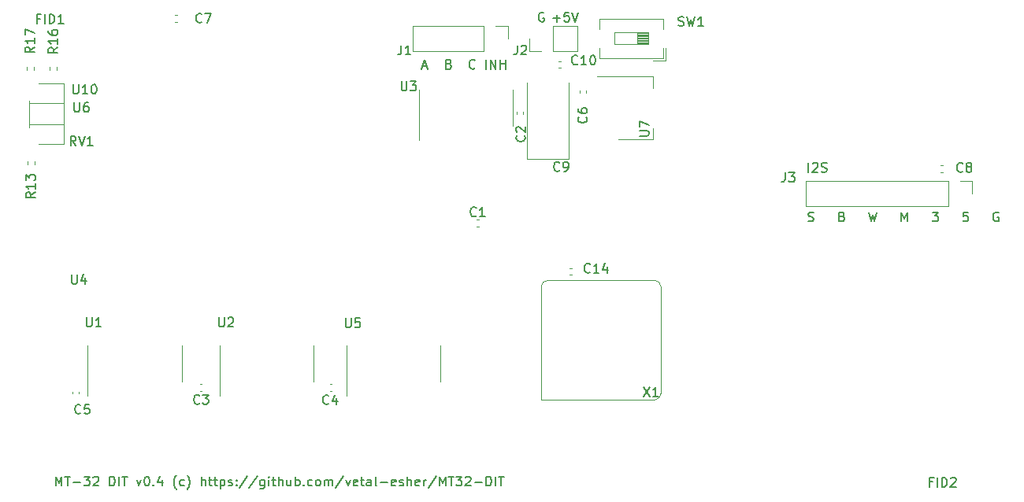
<source format=gbr>
%TF.GenerationSoftware,KiCad,Pcbnew,8.0.6*%
%TF.CreationDate,2024-12-06T22:05:36+05:00*%
%TF.ProjectId,mt-32DIT-module,6d742d33-3244-4495-942d-6d6f64756c65,rev?*%
%TF.SameCoordinates,Original*%
%TF.FileFunction,Legend,Top*%
%TF.FilePolarity,Positive*%
%FSLAX46Y46*%
G04 Gerber Fmt 4.6, Leading zero omitted, Abs format (unit mm)*
G04 Created by KiCad (PCBNEW 8.0.6) date 2024-12-06 22:05:36*
%MOMM*%
%LPD*%
G01*
G04 APERTURE LIST*
%ADD10C,0.150000*%
%ADD11C,0.200000*%
%ADD12C,0.120000*%
G04 APERTURE END LIST*
D10*
X203959286Y-75373866D02*
X204721191Y-75373866D01*
X204340238Y-75754819D02*
X204340238Y-74992914D01*
X205673571Y-74754819D02*
X205197381Y-74754819D01*
X205197381Y-74754819D02*
X205149762Y-75231009D01*
X205149762Y-75231009D02*
X205197381Y-75183390D01*
X205197381Y-75183390D02*
X205292619Y-75135771D01*
X205292619Y-75135771D02*
X205530714Y-75135771D01*
X205530714Y-75135771D02*
X205625952Y-75183390D01*
X205625952Y-75183390D02*
X205673571Y-75231009D01*
X205673571Y-75231009D02*
X205721190Y-75326247D01*
X205721190Y-75326247D02*
X205721190Y-75564342D01*
X205721190Y-75564342D02*
X205673571Y-75659580D01*
X205673571Y-75659580D02*
X205625952Y-75707200D01*
X205625952Y-75707200D02*
X205530714Y-75754819D01*
X205530714Y-75754819D02*
X205292619Y-75754819D01*
X205292619Y-75754819D02*
X205197381Y-75707200D01*
X205197381Y-75707200D02*
X205149762Y-75659580D01*
X206006905Y-74754819D02*
X206340238Y-75754819D01*
X206340238Y-75754819D02*
X206673571Y-74754819D01*
X195559523Y-80739580D02*
X195511904Y-80787200D01*
X195511904Y-80787200D02*
X195369047Y-80834819D01*
X195369047Y-80834819D02*
X195273809Y-80834819D01*
X195273809Y-80834819D02*
X195130952Y-80787200D01*
X195130952Y-80787200D02*
X195035714Y-80691961D01*
X195035714Y-80691961D02*
X194988095Y-80596723D01*
X194988095Y-80596723D02*
X194940476Y-80406247D01*
X194940476Y-80406247D02*
X194940476Y-80263390D01*
X194940476Y-80263390D02*
X194988095Y-80072914D01*
X194988095Y-80072914D02*
X195035714Y-79977676D01*
X195035714Y-79977676D02*
X195130952Y-79882438D01*
X195130952Y-79882438D02*
X195273809Y-79834819D01*
X195273809Y-79834819D02*
X195369047Y-79834819D01*
X195369047Y-79834819D02*
X195511904Y-79882438D01*
X195511904Y-79882438D02*
X195559523Y-79930057D01*
D11*
X231402054Y-97199600D02*
X231544911Y-97247219D01*
X231544911Y-97247219D02*
X231783006Y-97247219D01*
X231783006Y-97247219D02*
X231878244Y-97199600D01*
X231878244Y-97199600D02*
X231925863Y-97151980D01*
X231925863Y-97151980D02*
X231973482Y-97056742D01*
X231973482Y-97056742D02*
X231973482Y-96961504D01*
X231973482Y-96961504D02*
X231925863Y-96866266D01*
X231925863Y-96866266D02*
X231878244Y-96818647D01*
X231878244Y-96818647D02*
X231783006Y-96771028D01*
X231783006Y-96771028D02*
X231592530Y-96723409D01*
X231592530Y-96723409D02*
X231497292Y-96675790D01*
X231497292Y-96675790D02*
X231449673Y-96628171D01*
X231449673Y-96628171D02*
X231402054Y-96532933D01*
X231402054Y-96532933D02*
X231402054Y-96437695D01*
X231402054Y-96437695D02*
X231449673Y-96342457D01*
X231449673Y-96342457D02*
X231497292Y-96294838D01*
X231497292Y-96294838D02*
X231592530Y-96247219D01*
X231592530Y-96247219D02*
X231830625Y-96247219D01*
X231830625Y-96247219D02*
X231973482Y-96294838D01*
X235021102Y-96723409D02*
X235163959Y-96771028D01*
X235163959Y-96771028D02*
X235211578Y-96818647D01*
X235211578Y-96818647D02*
X235259197Y-96913885D01*
X235259197Y-96913885D02*
X235259197Y-97056742D01*
X235259197Y-97056742D02*
X235211578Y-97151980D01*
X235211578Y-97151980D02*
X235163959Y-97199600D01*
X235163959Y-97199600D02*
X235068721Y-97247219D01*
X235068721Y-97247219D02*
X234687769Y-97247219D01*
X234687769Y-97247219D02*
X234687769Y-96247219D01*
X234687769Y-96247219D02*
X235021102Y-96247219D01*
X235021102Y-96247219D02*
X235116340Y-96294838D01*
X235116340Y-96294838D02*
X235163959Y-96342457D01*
X235163959Y-96342457D02*
X235211578Y-96437695D01*
X235211578Y-96437695D02*
X235211578Y-96532933D01*
X235211578Y-96532933D02*
X235163959Y-96628171D01*
X235163959Y-96628171D02*
X235116340Y-96675790D01*
X235116340Y-96675790D02*
X235021102Y-96723409D01*
X235021102Y-96723409D02*
X234687769Y-96723409D01*
X237878246Y-96247219D02*
X238116341Y-97247219D01*
X238116341Y-97247219D02*
X238306817Y-96532933D01*
X238306817Y-96532933D02*
X238497293Y-97247219D01*
X238497293Y-97247219D02*
X238735389Y-96247219D01*
X241402056Y-97247219D02*
X241402056Y-96247219D01*
X241402056Y-96247219D02*
X241735389Y-96961504D01*
X241735389Y-96961504D02*
X242068722Y-96247219D01*
X242068722Y-96247219D02*
X242068722Y-97247219D01*
X244735390Y-96247219D02*
X245354437Y-96247219D01*
X245354437Y-96247219D02*
X245021104Y-96628171D01*
X245021104Y-96628171D02*
X245163961Y-96628171D01*
X245163961Y-96628171D02*
X245259199Y-96675790D01*
X245259199Y-96675790D02*
X245306818Y-96723409D01*
X245306818Y-96723409D02*
X245354437Y-96818647D01*
X245354437Y-96818647D02*
X245354437Y-97056742D01*
X245354437Y-97056742D02*
X245306818Y-97151980D01*
X245306818Y-97151980D02*
X245259199Y-97199600D01*
X245259199Y-97199600D02*
X245163961Y-97247219D01*
X245163961Y-97247219D02*
X244878247Y-97247219D01*
X244878247Y-97247219D02*
X244783009Y-97199600D01*
X244783009Y-97199600D02*
X244735390Y-97151980D01*
X248544914Y-96247219D02*
X248068724Y-96247219D01*
X248068724Y-96247219D02*
X248021105Y-96723409D01*
X248021105Y-96723409D02*
X248068724Y-96675790D01*
X248068724Y-96675790D02*
X248163962Y-96628171D01*
X248163962Y-96628171D02*
X248402057Y-96628171D01*
X248402057Y-96628171D02*
X248497295Y-96675790D01*
X248497295Y-96675790D02*
X248544914Y-96723409D01*
X248544914Y-96723409D02*
X248592533Y-96818647D01*
X248592533Y-96818647D02*
X248592533Y-97056742D01*
X248592533Y-97056742D02*
X248544914Y-97151980D01*
X248544914Y-97151980D02*
X248497295Y-97199600D01*
X248497295Y-97199600D02*
X248402057Y-97247219D01*
X248402057Y-97247219D02*
X248163962Y-97247219D01*
X248163962Y-97247219D02*
X248068724Y-97199600D01*
X248068724Y-97199600D02*
X248021105Y-97151980D01*
X251830629Y-96294838D02*
X251735391Y-96247219D01*
X251735391Y-96247219D02*
X251592534Y-96247219D01*
X251592534Y-96247219D02*
X251449677Y-96294838D01*
X251449677Y-96294838D02*
X251354439Y-96390076D01*
X251354439Y-96390076D02*
X251306820Y-96485314D01*
X251306820Y-96485314D02*
X251259201Y-96675790D01*
X251259201Y-96675790D02*
X251259201Y-96818647D01*
X251259201Y-96818647D02*
X251306820Y-97009123D01*
X251306820Y-97009123D02*
X251354439Y-97104361D01*
X251354439Y-97104361D02*
X251449677Y-97199600D01*
X251449677Y-97199600D02*
X251592534Y-97247219D01*
X251592534Y-97247219D02*
X251687772Y-97247219D01*
X251687772Y-97247219D02*
X251830629Y-97199600D01*
X251830629Y-97199600D02*
X251878248Y-97151980D01*
X251878248Y-97151980D02*
X251878248Y-96818647D01*
X251878248Y-96818647D02*
X251687772Y-96818647D01*
D10*
X150486189Y-125694819D02*
X150486189Y-124694819D01*
X150486189Y-124694819D02*
X150819522Y-125409104D01*
X150819522Y-125409104D02*
X151152855Y-124694819D01*
X151152855Y-124694819D02*
X151152855Y-125694819D01*
X151486189Y-124694819D02*
X152057617Y-124694819D01*
X151771903Y-125694819D02*
X151771903Y-124694819D01*
X152390951Y-125313866D02*
X153152856Y-125313866D01*
X153533808Y-124694819D02*
X154152855Y-124694819D01*
X154152855Y-124694819D02*
X153819522Y-125075771D01*
X153819522Y-125075771D02*
X153962379Y-125075771D01*
X153962379Y-125075771D02*
X154057617Y-125123390D01*
X154057617Y-125123390D02*
X154105236Y-125171009D01*
X154105236Y-125171009D02*
X154152855Y-125266247D01*
X154152855Y-125266247D02*
X154152855Y-125504342D01*
X154152855Y-125504342D02*
X154105236Y-125599580D01*
X154105236Y-125599580D02*
X154057617Y-125647200D01*
X154057617Y-125647200D02*
X153962379Y-125694819D01*
X153962379Y-125694819D02*
X153676665Y-125694819D01*
X153676665Y-125694819D02*
X153581427Y-125647200D01*
X153581427Y-125647200D02*
X153533808Y-125599580D01*
X154533808Y-124790057D02*
X154581427Y-124742438D01*
X154581427Y-124742438D02*
X154676665Y-124694819D01*
X154676665Y-124694819D02*
X154914760Y-124694819D01*
X154914760Y-124694819D02*
X155009998Y-124742438D01*
X155009998Y-124742438D02*
X155057617Y-124790057D01*
X155057617Y-124790057D02*
X155105236Y-124885295D01*
X155105236Y-124885295D02*
X155105236Y-124980533D01*
X155105236Y-124980533D02*
X155057617Y-125123390D01*
X155057617Y-125123390D02*
X154486189Y-125694819D01*
X154486189Y-125694819D02*
X155105236Y-125694819D01*
X156295713Y-125694819D02*
X156295713Y-124694819D01*
X156295713Y-124694819D02*
X156533808Y-124694819D01*
X156533808Y-124694819D02*
X156676665Y-124742438D01*
X156676665Y-124742438D02*
X156771903Y-124837676D01*
X156771903Y-124837676D02*
X156819522Y-124932914D01*
X156819522Y-124932914D02*
X156867141Y-125123390D01*
X156867141Y-125123390D02*
X156867141Y-125266247D01*
X156867141Y-125266247D02*
X156819522Y-125456723D01*
X156819522Y-125456723D02*
X156771903Y-125551961D01*
X156771903Y-125551961D02*
X156676665Y-125647200D01*
X156676665Y-125647200D02*
X156533808Y-125694819D01*
X156533808Y-125694819D02*
X156295713Y-125694819D01*
X157295713Y-125694819D02*
X157295713Y-124694819D01*
X157629046Y-124694819D02*
X158200474Y-124694819D01*
X157914760Y-125694819D02*
X157914760Y-124694819D01*
X159200475Y-125028152D02*
X159438570Y-125694819D01*
X159438570Y-125694819D02*
X159676665Y-125028152D01*
X160248094Y-124694819D02*
X160343332Y-124694819D01*
X160343332Y-124694819D02*
X160438570Y-124742438D01*
X160438570Y-124742438D02*
X160486189Y-124790057D01*
X160486189Y-124790057D02*
X160533808Y-124885295D01*
X160533808Y-124885295D02*
X160581427Y-125075771D01*
X160581427Y-125075771D02*
X160581427Y-125313866D01*
X160581427Y-125313866D02*
X160533808Y-125504342D01*
X160533808Y-125504342D02*
X160486189Y-125599580D01*
X160486189Y-125599580D02*
X160438570Y-125647200D01*
X160438570Y-125647200D02*
X160343332Y-125694819D01*
X160343332Y-125694819D02*
X160248094Y-125694819D01*
X160248094Y-125694819D02*
X160152856Y-125647200D01*
X160152856Y-125647200D02*
X160105237Y-125599580D01*
X160105237Y-125599580D02*
X160057618Y-125504342D01*
X160057618Y-125504342D02*
X160009999Y-125313866D01*
X160009999Y-125313866D02*
X160009999Y-125075771D01*
X160009999Y-125075771D02*
X160057618Y-124885295D01*
X160057618Y-124885295D02*
X160105237Y-124790057D01*
X160105237Y-124790057D02*
X160152856Y-124742438D01*
X160152856Y-124742438D02*
X160248094Y-124694819D01*
X161009999Y-125599580D02*
X161057618Y-125647200D01*
X161057618Y-125647200D02*
X161009999Y-125694819D01*
X161009999Y-125694819D02*
X160962380Y-125647200D01*
X160962380Y-125647200D02*
X161009999Y-125599580D01*
X161009999Y-125599580D02*
X161009999Y-125694819D01*
X161914760Y-125028152D02*
X161914760Y-125694819D01*
X161676665Y-124647200D02*
X161438570Y-125361485D01*
X161438570Y-125361485D02*
X162057617Y-125361485D01*
X163486189Y-126075771D02*
X163438570Y-126028152D01*
X163438570Y-126028152D02*
X163343332Y-125885295D01*
X163343332Y-125885295D02*
X163295713Y-125790057D01*
X163295713Y-125790057D02*
X163248094Y-125647200D01*
X163248094Y-125647200D02*
X163200475Y-125409104D01*
X163200475Y-125409104D02*
X163200475Y-125218628D01*
X163200475Y-125218628D02*
X163248094Y-124980533D01*
X163248094Y-124980533D02*
X163295713Y-124837676D01*
X163295713Y-124837676D02*
X163343332Y-124742438D01*
X163343332Y-124742438D02*
X163438570Y-124599580D01*
X163438570Y-124599580D02*
X163486189Y-124551961D01*
X164295713Y-125647200D02*
X164200475Y-125694819D01*
X164200475Y-125694819D02*
X164009999Y-125694819D01*
X164009999Y-125694819D02*
X163914761Y-125647200D01*
X163914761Y-125647200D02*
X163867142Y-125599580D01*
X163867142Y-125599580D02*
X163819523Y-125504342D01*
X163819523Y-125504342D02*
X163819523Y-125218628D01*
X163819523Y-125218628D02*
X163867142Y-125123390D01*
X163867142Y-125123390D02*
X163914761Y-125075771D01*
X163914761Y-125075771D02*
X164009999Y-125028152D01*
X164009999Y-125028152D02*
X164200475Y-125028152D01*
X164200475Y-125028152D02*
X164295713Y-125075771D01*
X164629047Y-126075771D02*
X164676666Y-126028152D01*
X164676666Y-126028152D02*
X164771904Y-125885295D01*
X164771904Y-125885295D02*
X164819523Y-125790057D01*
X164819523Y-125790057D02*
X164867142Y-125647200D01*
X164867142Y-125647200D02*
X164914761Y-125409104D01*
X164914761Y-125409104D02*
X164914761Y-125218628D01*
X164914761Y-125218628D02*
X164867142Y-124980533D01*
X164867142Y-124980533D02*
X164819523Y-124837676D01*
X164819523Y-124837676D02*
X164771904Y-124742438D01*
X164771904Y-124742438D02*
X164676666Y-124599580D01*
X164676666Y-124599580D02*
X164629047Y-124551961D01*
X166152857Y-125694819D02*
X166152857Y-124694819D01*
X166581428Y-125694819D02*
X166581428Y-125171009D01*
X166581428Y-125171009D02*
X166533809Y-125075771D01*
X166533809Y-125075771D02*
X166438571Y-125028152D01*
X166438571Y-125028152D02*
X166295714Y-125028152D01*
X166295714Y-125028152D02*
X166200476Y-125075771D01*
X166200476Y-125075771D02*
X166152857Y-125123390D01*
X166914762Y-125028152D02*
X167295714Y-125028152D01*
X167057619Y-124694819D02*
X167057619Y-125551961D01*
X167057619Y-125551961D02*
X167105238Y-125647200D01*
X167105238Y-125647200D02*
X167200476Y-125694819D01*
X167200476Y-125694819D02*
X167295714Y-125694819D01*
X167486191Y-125028152D02*
X167867143Y-125028152D01*
X167629048Y-124694819D02*
X167629048Y-125551961D01*
X167629048Y-125551961D02*
X167676667Y-125647200D01*
X167676667Y-125647200D02*
X167771905Y-125694819D01*
X167771905Y-125694819D02*
X167867143Y-125694819D01*
X168200477Y-125028152D02*
X168200477Y-126028152D01*
X168200477Y-125075771D02*
X168295715Y-125028152D01*
X168295715Y-125028152D02*
X168486191Y-125028152D01*
X168486191Y-125028152D02*
X168581429Y-125075771D01*
X168581429Y-125075771D02*
X168629048Y-125123390D01*
X168629048Y-125123390D02*
X168676667Y-125218628D01*
X168676667Y-125218628D02*
X168676667Y-125504342D01*
X168676667Y-125504342D02*
X168629048Y-125599580D01*
X168629048Y-125599580D02*
X168581429Y-125647200D01*
X168581429Y-125647200D02*
X168486191Y-125694819D01*
X168486191Y-125694819D02*
X168295715Y-125694819D01*
X168295715Y-125694819D02*
X168200477Y-125647200D01*
X169057620Y-125647200D02*
X169152858Y-125694819D01*
X169152858Y-125694819D02*
X169343334Y-125694819D01*
X169343334Y-125694819D02*
X169438572Y-125647200D01*
X169438572Y-125647200D02*
X169486191Y-125551961D01*
X169486191Y-125551961D02*
X169486191Y-125504342D01*
X169486191Y-125504342D02*
X169438572Y-125409104D01*
X169438572Y-125409104D02*
X169343334Y-125361485D01*
X169343334Y-125361485D02*
X169200477Y-125361485D01*
X169200477Y-125361485D02*
X169105239Y-125313866D01*
X169105239Y-125313866D02*
X169057620Y-125218628D01*
X169057620Y-125218628D02*
X169057620Y-125171009D01*
X169057620Y-125171009D02*
X169105239Y-125075771D01*
X169105239Y-125075771D02*
X169200477Y-125028152D01*
X169200477Y-125028152D02*
X169343334Y-125028152D01*
X169343334Y-125028152D02*
X169438572Y-125075771D01*
X169914763Y-125599580D02*
X169962382Y-125647200D01*
X169962382Y-125647200D02*
X169914763Y-125694819D01*
X169914763Y-125694819D02*
X169867144Y-125647200D01*
X169867144Y-125647200D02*
X169914763Y-125599580D01*
X169914763Y-125599580D02*
X169914763Y-125694819D01*
X169914763Y-125075771D02*
X169962382Y-125123390D01*
X169962382Y-125123390D02*
X169914763Y-125171009D01*
X169914763Y-125171009D02*
X169867144Y-125123390D01*
X169867144Y-125123390D02*
X169914763Y-125075771D01*
X169914763Y-125075771D02*
X169914763Y-125171009D01*
X171105238Y-124647200D02*
X170248096Y-125932914D01*
X172152857Y-124647200D02*
X171295715Y-125932914D01*
X172914762Y-125028152D02*
X172914762Y-125837676D01*
X172914762Y-125837676D02*
X172867143Y-125932914D01*
X172867143Y-125932914D02*
X172819524Y-125980533D01*
X172819524Y-125980533D02*
X172724286Y-126028152D01*
X172724286Y-126028152D02*
X172581429Y-126028152D01*
X172581429Y-126028152D02*
X172486191Y-125980533D01*
X172914762Y-125647200D02*
X172819524Y-125694819D01*
X172819524Y-125694819D02*
X172629048Y-125694819D01*
X172629048Y-125694819D02*
X172533810Y-125647200D01*
X172533810Y-125647200D02*
X172486191Y-125599580D01*
X172486191Y-125599580D02*
X172438572Y-125504342D01*
X172438572Y-125504342D02*
X172438572Y-125218628D01*
X172438572Y-125218628D02*
X172486191Y-125123390D01*
X172486191Y-125123390D02*
X172533810Y-125075771D01*
X172533810Y-125075771D02*
X172629048Y-125028152D01*
X172629048Y-125028152D02*
X172819524Y-125028152D01*
X172819524Y-125028152D02*
X172914762Y-125075771D01*
X173390953Y-125694819D02*
X173390953Y-125028152D01*
X173390953Y-124694819D02*
X173343334Y-124742438D01*
X173343334Y-124742438D02*
X173390953Y-124790057D01*
X173390953Y-124790057D02*
X173438572Y-124742438D01*
X173438572Y-124742438D02*
X173390953Y-124694819D01*
X173390953Y-124694819D02*
X173390953Y-124790057D01*
X173724286Y-125028152D02*
X174105238Y-125028152D01*
X173867143Y-124694819D02*
X173867143Y-125551961D01*
X173867143Y-125551961D02*
X173914762Y-125647200D01*
X173914762Y-125647200D02*
X174010000Y-125694819D01*
X174010000Y-125694819D02*
X174105238Y-125694819D01*
X174438572Y-125694819D02*
X174438572Y-124694819D01*
X174867143Y-125694819D02*
X174867143Y-125171009D01*
X174867143Y-125171009D02*
X174819524Y-125075771D01*
X174819524Y-125075771D02*
X174724286Y-125028152D01*
X174724286Y-125028152D02*
X174581429Y-125028152D01*
X174581429Y-125028152D02*
X174486191Y-125075771D01*
X174486191Y-125075771D02*
X174438572Y-125123390D01*
X175771905Y-125028152D02*
X175771905Y-125694819D01*
X175343334Y-125028152D02*
X175343334Y-125551961D01*
X175343334Y-125551961D02*
X175390953Y-125647200D01*
X175390953Y-125647200D02*
X175486191Y-125694819D01*
X175486191Y-125694819D02*
X175629048Y-125694819D01*
X175629048Y-125694819D02*
X175724286Y-125647200D01*
X175724286Y-125647200D02*
X175771905Y-125599580D01*
X176248096Y-125694819D02*
X176248096Y-124694819D01*
X176248096Y-125075771D02*
X176343334Y-125028152D01*
X176343334Y-125028152D02*
X176533810Y-125028152D01*
X176533810Y-125028152D02*
X176629048Y-125075771D01*
X176629048Y-125075771D02*
X176676667Y-125123390D01*
X176676667Y-125123390D02*
X176724286Y-125218628D01*
X176724286Y-125218628D02*
X176724286Y-125504342D01*
X176724286Y-125504342D02*
X176676667Y-125599580D01*
X176676667Y-125599580D02*
X176629048Y-125647200D01*
X176629048Y-125647200D02*
X176533810Y-125694819D01*
X176533810Y-125694819D02*
X176343334Y-125694819D01*
X176343334Y-125694819D02*
X176248096Y-125647200D01*
X177152858Y-125599580D02*
X177200477Y-125647200D01*
X177200477Y-125647200D02*
X177152858Y-125694819D01*
X177152858Y-125694819D02*
X177105239Y-125647200D01*
X177105239Y-125647200D02*
X177152858Y-125599580D01*
X177152858Y-125599580D02*
X177152858Y-125694819D01*
X178057619Y-125647200D02*
X177962381Y-125694819D01*
X177962381Y-125694819D02*
X177771905Y-125694819D01*
X177771905Y-125694819D02*
X177676667Y-125647200D01*
X177676667Y-125647200D02*
X177629048Y-125599580D01*
X177629048Y-125599580D02*
X177581429Y-125504342D01*
X177581429Y-125504342D02*
X177581429Y-125218628D01*
X177581429Y-125218628D02*
X177629048Y-125123390D01*
X177629048Y-125123390D02*
X177676667Y-125075771D01*
X177676667Y-125075771D02*
X177771905Y-125028152D01*
X177771905Y-125028152D02*
X177962381Y-125028152D01*
X177962381Y-125028152D02*
X178057619Y-125075771D01*
X178629048Y-125694819D02*
X178533810Y-125647200D01*
X178533810Y-125647200D02*
X178486191Y-125599580D01*
X178486191Y-125599580D02*
X178438572Y-125504342D01*
X178438572Y-125504342D02*
X178438572Y-125218628D01*
X178438572Y-125218628D02*
X178486191Y-125123390D01*
X178486191Y-125123390D02*
X178533810Y-125075771D01*
X178533810Y-125075771D02*
X178629048Y-125028152D01*
X178629048Y-125028152D02*
X178771905Y-125028152D01*
X178771905Y-125028152D02*
X178867143Y-125075771D01*
X178867143Y-125075771D02*
X178914762Y-125123390D01*
X178914762Y-125123390D02*
X178962381Y-125218628D01*
X178962381Y-125218628D02*
X178962381Y-125504342D01*
X178962381Y-125504342D02*
X178914762Y-125599580D01*
X178914762Y-125599580D02*
X178867143Y-125647200D01*
X178867143Y-125647200D02*
X178771905Y-125694819D01*
X178771905Y-125694819D02*
X178629048Y-125694819D01*
X179390953Y-125694819D02*
X179390953Y-125028152D01*
X179390953Y-125123390D02*
X179438572Y-125075771D01*
X179438572Y-125075771D02*
X179533810Y-125028152D01*
X179533810Y-125028152D02*
X179676667Y-125028152D01*
X179676667Y-125028152D02*
X179771905Y-125075771D01*
X179771905Y-125075771D02*
X179819524Y-125171009D01*
X179819524Y-125171009D02*
X179819524Y-125694819D01*
X179819524Y-125171009D02*
X179867143Y-125075771D01*
X179867143Y-125075771D02*
X179962381Y-125028152D01*
X179962381Y-125028152D02*
X180105238Y-125028152D01*
X180105238Y-125028152D02*
X180200477Y-125075771D01*
X180200477Y-125075771D02*
X180248096Y-125171009D01*
X180248096Y-125171009D02*
X180248096Y-125694819D01*
X181438571Y-124647200D02*
X180581429Y-125932914D01*
X181676667Y-125028152D02*
X181914762Y-125694819D01*
X181914762Y-125694819D02*
X182152857Y-125028152D01*
X182914762Y-125647200D02*
X182819524Y-125694819D01*
X182819524Y-125694819D02*
X182629048Y-125694819D01*
X182629048Y-125694819D02*
X182533810Y-125647200D01*
X182533810Y-125647200D02*
X182486191Y-125551961D01*
X182486191Y-125551961D02*
X182486191Y-125171009D01*
X182486191Y-125171009D02*
X182533810Y-125075771D01*
X182533810Y-125075771D02*
X182629048Y-125028152D01*
X182629048Y-125028152D02*
X182819524Y-125028152D01*
X182819524Y-125028152D02*
X182914762Y-125075771D01*
X182914762Y-125075771D02*
X182962381Y-125171009D01*
X182962381Y-125171009D02*
X182962381Y-125266247D01*
X182962381Y-125266247D02*
X182486191Y-125361485D01*
X183248096Y-125028152D02*
X183629048Y-125028152D01*
X183390953Y-124694819D02*
X183390953Y-125551961D01*
X183390953Y-125551961D02*
X183438572Y-125647200D01*
X183438572Y-125647200D02*
X183533810Y-125694819D01*
X183533810Y-125694819D02*
X183629048Y-125694819D01*
X184390953Y-125694819D02*
X184390953Y-125171009D01*
X184390953Y-125171009D02*
X184343334Y-125075771D01*
X184343334Y-125075771D02*
X184248096Y-125028152D01*
X184248096Y-125028152D02*
X184057620Y-125028152D01*
X184057620Y-125028152D02*
X183962382Y-125075771D01*
X184390953Y-125647200D02*
X184295715Y-125694819D01*
X184295715Y-125694819D02*
X184057620Y-125694819D01*
X184057620Y-125694819D02*
X183962382Y-125647200D01*
X183962382Y-125647200D02*
X183914763Y-125551961D01*
X183914763Y-125551961D02*
X183914763Y-125456723D01*
X183914763Y-125456723D02*
X183962382Y-125361485D01*
X183962382Y-125361485D02*
X184057620Y-125313866D01*
X184057620Y-125313866D02*
X184295715Y-125313866D01*
X184295715Y-125313866D02*
X184390953Y-125266247D01*
X185010001Y-125694819D02*
X184914763Y-125647200D01*
X184914763Y-125647200D02*
X184867144Y-125551961D01*
X184867144Y-125551961D02*
X184867144Y-124694819D01*
X185390954Y-125313866D02*
X186152859Y-125313866D01*
X187010001Y-125647200D02*
X186914763Y-125694819D01*
X186914763Y-125694819D02*
X186724287Y-125694819D01*
X186724287Y-125694819D02*
X186629049Y-125647200D01*
X186629049Y-125647200D02*
X186581430Y-125551961D01*
X186581430Y-125551961D02*
X186581430Y-125171009D01*
X186581430Y-125171009D02*
X186629049Y-125075771D01*
X186629049Y-125075771D02*
X186724287Y-125028152D01*
X186724287Y-125028152D02*
X186914763Y-125028152D01*
X186914763Y-125028152D02*
X187010001Y-125075771D01*
X187010001Y-125075771D02*
X187057620Y-125171009D01*
X187057620Y-125171009D02*
X187057620Y-125266247D01*
X187057620Y-125266247D02*
X186581430Y-125361485D01*
X187438573Y-125647200D02*
X187533811Y-125694819D01*
X187533811Y-125694819D02*
X187724287Y-125694819D01*
X187724287Y-125694819D02*
X187819525Y-125647200D01*
X187819525Y-125647200D02*
X187867144Y-125551961D01*
X187867144Y-125551961D02*
X187867144Y-125504342D01*
X187867144Y-125504342D02*
X187819525Y-125409104D01*
X187819525Y-125409104D02*
X187724287Y-125361485D01*
X187724287Y-125361485D02*
X187581430Y-125361485D01*
X187581430Y-125361485D02*
X187486192Y-125313866D01*
X187486192Y-125313866D02*
X187438573Y-125218628D01*
X187438573Y-125218628D02*
X187438573Y-125171009D01*
X187438573Y-125171009D02*
X187486192Y-125075771D01*
X187486192Y-125075771D02*
X187581430Y-125028152D01*
X187581430Y-125028152D02*
X187724287Y-125028152D01*
X187724287Y-125028152D02*
X187819525Y-125075771D01*
X188295716Y-125694819D02*
X188295716Y-124694819D01*
X188724287Y-125694819D02*
X188724287Y-125171009D01*
X188724287Y-125171009D02*
X188676668Y-125075771D01*
X188676668Y-125075771D02*
X188581430Y-125028152D01*
X188581430Y-125028152D02*
X188438573Y-125028152D01*
X188438573Y-125028152D02*
X188343335Y-125075771D01*
X188343335Y-125075771D02*
X188295716Y-125123390D01*
X189581430Y-125647200D02*
X189486192Y-125694819D01*
X189486192Y-125694819D02*
X189295716Y-125694819D01*
X189295716Y-125694819D02*
X189200478Y-125647200D01*
X189200478Y-125647200D02*
X189152859Y-125551961D01*
X189152859Y-125551961D02*
X189152859Y-125171009D01*
X189152859Y-125171009D02*
X189200478Y-125075771D01*
X189200478Y-125075771D02*
X189295716Y-125028152D01*
X189295716Y-125028152D02*
X189486192Y-125028152D01*
X189486192Y-125028152D02*
X189581430Y-125075771D01*
X189581430Y-125075771D02*
X189629049Y-125171009D01*
X189629049Y-125171009D02*
X189629049Y-125266247D01*
X189629049Y-125266247D02*
X189152859Y-125361485D01*
X190057621Y-125694819D02*
X190057621Y-125028152D01*
X190057621Y-125218628D02*
X190105240Y-125123390D01*
X190105240Y-125123390D02*
X190152859Y-125075771D01*
X190152859Y-125075771D02*
X190248097Y-125028152D01*
X190248097Y-125028152D02*
X190343335Y-125028152D01*
X191390954Y-124647200D02*
X190533812Y-125932914D01*
X191724288Y-125694819D02*
X191724288Y-124694819D01*
X191724288Y-124694819D02*
X192057621Y-125409104D01*
X192057621Y-125409104D02*
X192390954Y-124694819D01*
X192390954Y-124694819D02*
X192390954Y-125694819D01*
X192724288Y-124694819D02*
X193295716Y-124694819D01*
X193010002Y-125694819D02*
X193010002Y-124694819D01*
X193533812Y-124694819D02*
X194152859Y-124694819D01*
X194152859Y-124694819D02*
X193819526Y-125075771D01*
X193819526Y-125075771D02*
X193962383Y-125075771D01*
X193962383Y-125075771D02*
X194057621Y-125123390D01*
X194057621Y-125123390D02*
X194105240Y-125171009D01*
X194105240Y-125171009D02*
X194152859Y-125266247D01*
X194152859Y-125266247D02*
X194152859Y-125504342D01*
X194152859Y-125504342D02*
X194105240Y-125599580D01*
X194105240Y-125599580D02*
X194057621Y-125647200D01*
X194057621Y-125647200D02*
X193962383Y-125694819D01*
X193962383Y-125694819D02*
X193676669Y-125694819D01*
X193676669Y-125694819D02*
X193581431Y-125647200D01*
X193581431Y-125647200D02*
X193533812Y-125599580D01*
X194533812Y-124790057D02*
X194581431Y-124742438D01*
X194581431Y-124742438D02*
X194676669Y-124694819D01*
X194676669Y-124694819D02*
X194914764Y-124694819D01*
X194914764Y-124694819D02*
X195010002Y-124742438D01*
X195010002Y-124742438D02*
X195057621Y-124790057D01*
X195057621Y-124790057D02*
X195105240Y-124885295D01*
X195105240Y-124885295D02*
X195105240Y-124980533D01*
X195105240Y-124980533D02*
X195057621Y-125123390D01*
X195057621Y-125123390D02*
X194486193Y-125694819D01*
X194486193Y-125694819D02*
X195105240Y-125694819D01*
X195533812Y-125313866D02*
X196295717Y-125313866D01*
X196771907Y-125694819D02*
X196771907Y-124694819D01*
X196771907Y-124694819D02*
X197010002Y-124694819D01*
X197010002Y-124694819D02*
X197152859Y-124742438D01*
X197152859Y-124742438D02*
X197248097Y-124837676D01*
X197248097Y-124837676D02*
X197295716Y-124932914D01*
X197295716Y-124932914D02*
X197343335Y-125123390D01*
X197343335Y-125123390D02*
X197343335Y-125266247D01*
X197343335Y-125266247D02*
X197295716Y-125456723D01*
X197295716Y-125456723D02*
X197248097Y-125551961D01*
X197248097Y-125551961D02*
X197152859Y-125647200D01*
X197152859Y-125647200D02*
X197010002Y-125694819D01*
X197010002Y-125694819D02*
X196771907Y-125694819D01*
X197771907Y-125694819D02*
X197771907Y-124694819D01*
X198105240Y-124694819D02*
X198676668Y-124694819D01*
X198390954Y-125694819D02*
X198390954Y-124694819D01*
X189931905Y-80549104D02*
X190408095Y-80549104D01*
X189836667Y-80834819D02*
X190170000Y-79834819D01*
X190170000Y-79834819D02*
X190503333Y-80834819D01*
X196742381Y-80834819D02*
X196742381Y-79834819D01*
X197218571Y-80834819D02*
X197218571Y-79834819D01*
X197218571Y-79834819D02*
X197789999Y-80834819D01*
X197789999Y-80834819D02*
X197789999Y-79834819D01*
X198266190Y-80834819D02*
X198266190Y-79834819D01*
X198266190Y-80311009D02*
X198837618Y-80311009D01*
X198837618Y-80834819D02*
X198837618Y-79834819D01*
X202966904Y-74802438D02*
X202871666Y-74754819D01*
X202871666Y-74754819D02*
X202728809Y-74754819D01*
X202728809Y-74754819D02*
X202585952Y-74802438D01*
X202585952Y-74802438D02*
X202490714Y-74897676D01*
X202490714Y-74897676D02*
X202443095Y-74992914D01*
X202443095Y-74992914D02*
X202395476Y-75183390D01*
X202395476Y-75183390D02*
X202395476Y-75326247D01*
X202395476Y-75326247D02*
X202443095Y-75516723D01*
X202443095Y-75516723D02*
X202490714Y-75611961D01*
X202490714Y-75611961D02*
X202585952Y-75707200D01*
X202585952Y-75707200D02*
X202728809Y-75754819D01*
X202728809Y-75754819D02*
X202824047Y-75754819D01*
X202824047Y-75754819D02*
X202966904Y-75707200D01*
X202966904Y-75707200D02*
X203014523Y-75659580D01*
X203014523Y-75659580D02*
X203014523Y-75326247D01*
X203014523Y-75326247D02*
X202824047Y-75326247D01*
X231417619Y-91934819D02*
X231417619Y-90934819D01*
X231846190Y-91030057D02*
X231893809Y-90982438D01*
X231893809Y-90982438D02*
X231989047Y-90934819D01*
X231989047Y-90934819D02*
X232227142Y-90934819D01*
X232227142Y-90934819D02*
X232322380Y-90982438D01*
X232322380Y-90982438D02*
X232369999Y-91030057D01*
X232369999Y-91030057D02*
X232417618Y-91125295D01*
X232417618Y-91125295D02*
X232417618Y-91220533D01*
X232417618Y-91220533D02*
X232369999Y-91363390D01*
X232369999Y-91363390D02*
X231798571Y-91934819D01*
X231798571Y-91934819D02*
X232417618Y-91934819D01*
X232798571Y-91887200D02*
X232941428Y-91934819D01*
X232941428Y-91934819D02*
X233179523Y-91934819D01*
X233179523Y-91934819D02*
X233274761Y-91887200D01*
X233274761Y-91887200D02*
X233322380Y-91839580D01*
X233322380Y-91839580D02*
X233369999Y-91744342D01*
X233369999Y-91744342D02*
X233369999Y-91649104D01*
X233369999Y-91649104D02*
X233322380Y-91553866D01*
X233322380Y-91553866D02*
X233274761Y-91506247D01*
X233274761Y-91506247D02*
X233179523Y-91458628D01*
X233179523Y-91458628D02*
X232989047Y-91411009D01*
X232989047Y-91411009D02*
X232893809Y-91363390D01*
X232893809Y-91363390D02*
X232846190Y-91315771D01*
X232846190Y-91315771D02*
X232798571Y-91220533D01*
X232798571Y-91220533D02*
X232798571Y-91125295D01*
X232798571Y-91125295D02*
X232846190Y-91030057D01*
X232846190Y-91030057D02*
X232893809Y-90982438D01*
X232893809Y-90982438D02*
X232989047Y-90934819D01*
X232989047Y-90934819D02*
X233227142Y-90934819D01*
X233227142Y-90934819D02*
X233369999Y-90982438D01*
X192781428Y-80311009D02*
X192924285Y-80358628D01*
X192924285Y-80358628D02*
X192971904Y-80406247D01*
X192971904Y-80406247D02*
X193019523Y-80501485D01*
X193019523Y-80501485D02*
X193019523Y-80644342D01*
X193019523Y-80644342D02*
X192971904Y-80739580D01*
X192971904Y-80739580D02*
X192924285Y-80787200D01*
X192924285Y-80787200D02*
X192829047Y-80834819D01*
X192829047Y-80834819D02*
X192448095Y-80834819D01*
X192448095Y-80834819D02*
X192448095Y-79834819D01*
X192448095Y-79834819D02*
X192781428Y-79834819D01*
X192781428Y-79834819D02*
X192876666Y-79882438D01*
X192876666Y-79882438D02*
X192924285Y-79930057D01*
X192924285Y-79930057D02*
X192971904Y-80025295D01*
X192971904Y-80025295D02*
X192971904Y-80120533D01*
X192971904Y-80120533D02*
X192924285Y-80215771D01*
X192924285Y-80215771D02*
X192876666Y-80263390D01*
X192876666Y-80263390D02*
X192781428Y-80311009D01*
X192781428Y-80311009D02*
X192448095Y-80311009D01*
X168038095Y-107579819D02*
X168038095Y-108389342D01*
X168038095Y-108389342D02*
X168085714Y-108484580D01*
X168085714Y-108484580D02*
X168133333Y-108532200D01*
X168133333Y-108532200D02*
X168228571Y-108579819D01*
X168228571Y-108579819D02*
X168419047Y-108579819D01*
X168419047Y-108579819D02*
X168514285Y-108532200D01*
X168514285Y-108532200D02*
X168561904Y-108484580D01*
X168561904Y-108484580D02*
X168609523Y-108389342D01*
X168609523Y-108389342D02*
X168609523Y-107579819D01*
X169038095Y-107675057D02*
X169085714Y-107627438D01*
X169085714Y-107627438D02*
X169180952Y-107579819D01*
X169180952Y-107579819D02*
X169419047Y-107579819D01*
X169419047Y-107579819D02*
X169514285Y-107627438D01*
X169514285Y-107627438D02*
X169561904Y-107675057D01*
X169561904Y-107675057D02*
X169609523Y-107770295D01*
X169609523Y-107770295D02*
X169609523Y-107865533D01*
X169609523Y-107865533D02*
X169561904Y-108008390D01*
X169561904Y-108008390D02*
X168990476Y-108579819D01*
X168990476Y-108579819D02*
X169609523Y-108579819D01*
X200879580Y-88016666D02*
X200927200Y-88064285D01*
X200927200Y-88064285D02*
X200974819Y-88207142D01*
X200974819Y-88207142D02*
X200974819Y-88302380D01*
X200974819Y-88302380D02*
X200927200Y-88445237D01*
X200927200Y-88445237D02*
X200831961Y-88540475D01*
X200831961Y-88540475D02*
X200736723Y-88588094D01*
X200736723Y-88588094D02*
X200546247Y-88635713D01*
X200546247Y-88635713D02*
X200403390Y-88635713D01*
X200403390Y-88635713D02*
X200212914Y-88588094D01*
X200212914Y-88588094D02*
X200117676Y-88540475D01*
X200117676Y-88540475D02*
X200022438Y-88445237D01*
X200022438Y-88445237D02*
X199974819Y-88302380D01*
X199974819Y-88302380D02*
X199974819Y-88207142D01*
X199974819Y-88207142D02*
X200022438Y-88064285D01*
X200022438Y-88064285D02*
X200070057Y-88016666D01*
X200070057Y-87635713D02*
X200022438Y-87588094D01*
X200022438Y-87588094D02*
X199974819Y-87492856D01*
X199974819Y-87492856D02*
X199974819Y-87254761D01*
X199974819Y-87254761D02*
X200022438Y-87159523D01*
X200022438Y-87159523D02*
X200070057Y-87111904D01*
X200070057Y-87111904D02*
X200165295Y-87064285D01*
X200165295Y-87064285D02*
X200260533Y-87064285D01*
X200260533Y-87064285D02*
X200403390Y-87111904D01*
X200403390Y-87111904D02*
X200974819Y-87683332D01*
X200974819Y-87683332D02*
X200974819Y-87064285D01*
X179833333Y-116834580D02*
X179785714Y-116882200D01*
X179785714Y-116882200D02*
X179642857Y-116929819D01*
X179642857Y-116929819D02*
X179547619Y-116929819D01*
X179547619Y-116929819D02*
X179404762Y-116882200D01*
X179404762Y-116882200D02*
X179309524Y-116786961D01*
X179309524Y-116786961D02*
X179261905Y-116691723D01*
X179261905Y-116691723D02*
X179214286Y-116501247D01*
X179214286Y-116501247D02*
X179214286Y-116358390D01*
X179214286Y-116358390D02*
X179261905Y-116167914D01*
X179261905Y-116167914D02*
X179309524Y-116072676D01*
X179309524Y-116072676D02*
X179404762Y-115977438D01*
X179404762Y-115977438D02*
X179547619Y-115929819D01*
X179547619Y-115929819D02*
X179642857Y-115929819D01*
X179642857Y-115929819D02*
X179785714Y-115977438D01*
X179785714Y-115977438D02*
X179833333Y-116025057D01*
X180690476Y-116263152D02*
X180690476Y-116929819D01*
X180452381Y-115882200D02*
X180214286Y-116596485D01*
X180214286Y-116596485D02*
X180833333Y-116596485D01*
X204643333Y-91749580D02*
X204595714Y-91797200D01*
X204595714Y-91797200D02*
X204452857Y-91844819D01*
X204452857Y-91844819D02*
X204357619Y-91844819D01*
X204357619Y-91844819D02*
X204214762Y-91797200D01*
X204214762Y-91797200D02*
X204119524Y-91701961D01*
X204119524Y-91701961D02*
X204071905Y-91606723D01*
X204071905Y-91606723D02*
X204024286Y-91416247D01*
X204024286Y-91416247D02*
X204024286Y-91273390D01*
X204024286Y-91273390D02*
X204071905Y-91082914D01*
X204071905Y-91082914D02*
X204119524Y-90987676D01*
X204119524Y-90987676D02*
X204214762Y-90892438D01*
X204214762Y-90892438D02*
X204357619Y-90844819D01*
X204357619Y-90844819D02*
X204452857Y-90844819D01*
X204452857Y-90844819D02*
X204595714Y-90892438D01*
X204595714Y-90892438D02*
X204643333Y-90940057D01*
X205119524Y-91844819D02*
X205310000Y-91844819D01*
X205310000Y-91844819D02*
X205405238Y-91797200D01*
X205405238Y-91797200D02*
X205452857Y-91749580D01*
X205452857Y-91749580D02*
X205548095Y-91606723D01*
X205548095Y-91606723D02*
X205595714Y-91416247D01*
X205595714Y-91416247D02*
X205595714Y-91035295D01*
X205595714Y-91035295D02*
X205548095Y-90940057D01*
X205548095Y-90940057D02*
X205500476Y-90892438D01*
X205500476Y-90892438D02*
X205405238Y-90844819D01*
X205405238Y-90844819D02*
X205214762Y-90844819D01*
X205214762Y-90844819D02*
X205119524Y-90892438D01*
X205119524Y-90892438D02*
X205071905Y-90940057D01*
X205071905Y-90940057D02*
X205024286Y-91035295D01*
X205024286Y-91035295D02*
X205024286Y-91273390D01*
X205024286Y-91273390D02*
X205071905Y-91368628D01*
X205071905Y-91368628D02*
X205119524Y-91416247D01*
X205119524Y-91416247D02*
X205214762Y-91463866D01*
X205214762Y-91463866D02*
X205405238Y-91463866D01*
X205405238Y-91463866D02*
X205500476Y-91416247D01*
X205500476Y-91416247D02*
X205548095Y-91368628D01*
X205548095Y-91368628D02*
X205595714Y-91273390D01*
X207519580Y-85996666D02*
X207567200Y-86044285D01*
X207567200Y-86044285D02*
X207614819Y-86187142D01*
X207614819Y-86187142D02*
X207614819Y-86282380D01*
X207614819Y-86282380D02*
X207567200Y-86425237D01*
X207567200Y-86425237D02*
X207471961Y-86520475D01*
X207471961Y-86520475D02*
X207376723Y-86568094D01*
X207376723Y-86568094D02*
X207186247Y-86615713D01*
X207186247Y-86615713D02*
X207043390Y-86615713D01*
X207043390Y-86615713D02*
X206852914Y-86568094D01*
X206852914Y-86568094D02*
X206757676Y-86520475D01*
X206757676Y-86520475D02*
X206662438Y-86425237D01*
X206662438Y-86425237D02*
X206614819Y-86282380D01*
X206614819Y-86282380D02*
X206614819Y-86187142D01*
X206614819Y-86187142D02*
X206662438Y-86044285D01*
X206662438Y-86044285D02*
X206710057Y-85996666D01*
X206614819Y-85139523D02*
X206614819Y-85329999D01*
X206614819Y-85329999D02*
X206662438Y-85425237D01*
X206662438Y-85425237D02*
X206710057Y-85472856D01*
X206710057Y-85472856D02*
X206852914Y-85568094D01*
X206852914Y-85568094D02*
X207043390Y-85615713D01*
X207043390Y-85615713D02*
X207424342Y-85615713D01*
X207424342Y-85615713D02*
X207519580Y-85568094D01*
X207519580Y-85568094D02*
X207567200Y-85520475D01*
X207567200Y-85520475D02*
X207614819Y-85425237D01*
X207614819Y-85425237D02*
X207614819Y-85234761D01*
X207614819Y-85234761D02*
X207567200Y-85139523D01*
X207567200Y-85139523D02*
X207519580Y-85091904D01*
X207519580Y-85091904D02*
X207424342Y-85044285D01*
X207424342Y-85044285D02*
X207186247Y-85044285D01*
X207186247Y-85044285D02*
X207091009Y-85091904D01*
X207091009Y-85091904D02*
X207043390Y-85139523D01*
X207043390Y-85139523D02*
X206995771Y-85234761D01*
X206995771Y-85234761D02*
X206995771Y-85425237D01*
X206995771Y-85425237D02*
X207043390Y-85520475D01*
X207043390Y-85520475D02*
X207091009Y-85568094D01*
X207091009Y-85568094D02*
X207186247Y-85615713D01*
X150704819Y-78522857D02*
X150228628Y-78856190D01*
X150704819Y-79094285D02*
X149704819Y-79094285D01*
X149704819Y-79094285D02*
X149704819Y-78713333D01*
X149704819Y-78713333D02*
X149752438Y-78618095D01*
X149752438Y-78618095D02*
X149800057Y-78570476D01*
X149800057Y-78570476D02*
X149895295Y-78522857D01*
X149895295Y-78522857D02*
X150038152Y-78522857D01*
X150038152Y-78522857D02*
X150133390Y-78570476D01*
X150133390Y-78570476D02*
X150181009Y-78618095D01*
X150181009Y-78618095D02*
X150228628Y-78713333D01*
X150228628Y-78713333D02*
X150228628Y-79094285D01*
X150704819Y-77570476D02*
X150704819Y-78141904D01*
X150704819Y-77856190D02*
X149704819Y-77856190D01*
X149704819Y-77856190D02*
X149847676Y-77951428D01*
X149847676Y-77951428D02*
X149942914Y-78046666D01*
X149942914Y-78046666D02*
X149990533Y-78141904D01*
X149704819Y-76713333D02*
X149704819Y-76903809D01*
X149704819Y-76903809D02*
X149752438Y-76999047D01*
X149752438Y-76999047D02*
X149800057Y-77046666D01*
X149800057Y-77046666D02*
X149942914Y-77141904D01*
X149942914Y-77141904D02*
X150133390Y-77189523D01*
X150133390Y-77189523D02*
X150514342Y-77189523D01*
X150514342Y-77189523D02*
X150609580Y-77141904D01*
X150609580Y-77141904D02*
X150657200Y-77094285D01*
X150657200Y-77094285D02*
X150704819Y-76999047D01*
X150704819Y-76999047D02*
X150704819Y-76808571D01*
X150704819Y-76808571D02*
X150657200Y-76713333D01*
X150657200Y-76713333D02*
X150609580Y-76665714D01*
X150609580Y-76665714D02*
X150514342Y-76618095D01*
X150514342Y-76618095D02*
X150276247Y-76618095D01*
X150276247Y-76618095D02*
X150181009Y-76665714D01*
X150181009Y-76665714D02*
X150133390Y-76713333D01*
X150133390Y-76713333D02*
X150085771Y-76808571D01*
X150085771Y-76808571D02*
X150085771Y-76999047D01*
X150085771Y-76999047D02*
X150133390Y-77094285D01*
X150133390Y-77094285D02*
X150181009Y-77141904D01*
X150181009Y-77141904D02*
X150276247Y-77189523D01*
X187641666Y-78304819D02*
X187641666Y-79019104D01*
X187641666Y-79019104D02*
X187594047Y-79161961D01*
X187594047Y-79161961D02*
X187498809Y-79257200D01*
X187498809Y-79257200D02*
X187355952Y-79304819D01*
X187355952Y-79304819D02*
X187260714Y-79304819D01*
X188641666Y-79304819D02*
X188070238Y-79304819D01*
X188355952Y-79304819D02*
X188355952Y-78304819D01*
X188355952Y-78304819D02*
X188260714Y-78447676D01*
X188260714Y-78447676D02*
X188165476Y-78542914D01*
X188165476Y-78542914D02*
X188070238Y-78590533D01*
X217441667Y-76167200D02*
X217584524Y-76214819D01*
X217584524Y-76214819D02*
X217822619Y-76214819D01*
X217822619Y-76214819D02*
X217917857Y-76167200D01*
X217917857Y-76167200D02*
X217965476Y-76119580D01*
X217965476Y-76119580D02*
X218013095Y-76024342D01*
X218013095Y-76024342D02*
X218013095Y-75929104D01*
X218013095Y-75929104D02*
X217965476Y-75833866D01*
X217965476Y-75833866D02*
X217917857Y-75786247D01*
X217917857Y-75786247D02*
X217822619Y-75738628D01*
X217822619Y-75738628D02*
X217632143Y-75691009D01*
X217632143Y-75691009D02*
X217536905Y-75643390D01*
X217536905Y-75643390D02*
X217489286Y-75595771D01*
X217489286Y-75595771D02*
X217441667Y-75500533D01*
X217441667Y-75500533D02*
X217441667Y-75405295D01*
X217441667Y-75405295D02*
X217489286Y-75310057D01*
X217489286Y-75310057D02*
X217536905Y-75262438D01*
X217536905Y-75262438D02*
X217632143Y-75214819D01*
X217632143Y-75214819D02*
X217870238Y-75214819D01*
X217870238Y-75214819D02*
X218013095Y-75262438D01*
X218346429Y-75214819D02*
X218584524Y-76214819D01*
X218584524Y-76214819D02*
X218775000Y-75500533D01*
X218775000Y-75500533D02*
X218965476Y-76214819D01*
X218965476Y-76214819D02*
X219203572Y-75214819D01*
X220108333Y-76214819D02*
X219536905Y-76214819D01*
X219822619Y-76214819D02*
X219822619Y-75214819D01*
X219822619Y-75214819D02*
X219727381Y-75357676D01*
X219727381Y-75357676D02*
X219632143Y-75452914D01*
X219632143Y-75452914D02*
X219536905Y-75500533D01*
X148204819Y-78472857D02*
X147728628Y-78806190D01*
X148204819Y-79044285D02*
X147204819Y-79044285D01*
X147204819Y-79044285D02*
X147204819Y-78663333D01*
X147204819Y-78663333D02*
X147252438Y-78568095D01*
X147252438Y-78568095D02*
X147300057Y-78520476D01*
X147300057Y-78520476D02*
X147395295Y-78472857D01*
X147395295Y-78472857D02*
X147538152Y-78472857D01*
X147538152Y-78472857D02*
X147633390Y-78520476D01*
X147633390Y-78520476D02*
X147681009Y-78568095D01*
X147681009Y-78568095D02*
X147728628Y-78663333D01*
X147728628Y-78663333D02*
X147728628Y-79044285D01*
X148204819Y-77520476D02*
X148204819Y-78091904D01*
X148204819Y-77806190D02*
X147204819Y-77806190D01*
X147204819Y-77806190D02*
X147347676Y-77901428D01*
X147347676Y-77901428D02*
X147442914Y-77996666D01*
X147442914Y-77996666D02*
X147490533Y-78091904D01*
X147204819Y-77187142D02*
X147204819Y-76520476D01*
X147204819Y-76520476D02*
X148204819Y-76949047D01*
X152488095Y-84454819D02*
X152488095Y-85264342D01*
X152488095Y-85264342D02*
X152535714Y-85359580D01*
X152535714Y-85359580D02*
X152583333Y-85407200D01*
X152583333Y-85407200D02*
X152678571Y-85454819D01*
X152678571Y-85454819D02*
X152869047Y-85454819D01*
X152869047Y-85454819D02*
X152964285Y-85407200D01*
X152964285Y-85407200D02*
X153011904Y-85359580D01*
X153011904Y-85359580D02*
X153059523Y-85264342D01*
X153059523Y-85264342D02*
X153059523Y-84454819D01*
X153964285Y-84454819D02*
X153773809Y-84454819D01*
X153773809Y-84454819D02*
X153678571Y-84502438D01*
X153678571Y-84502438D02*
X153630952Y-84550057D01*
X153630952Y-84550057D02*
X153535714Y-84692914D01*
X153535714Y-84692914D02*
X153488095Y-84883390D01*
X153488095Y-84883390D02*
X153488095Y-85264342D01*
X153488095Y-85264342D02*
X153535714Y-85359580D01*
X153535714Y-85359580D02*
X153583333Y-85407200D01*
X153583333Y-85407200D02*
X153678571Y-85454819D01*
X153678571Y-85454819D02*
X153869047Y-85454819D01*
X153869047Y-85454819D02*
X153964285Y-85407200D01*
X153964285Y-85407200D02*
X154011904Y-85359580D01*
X154011904Y-85359580D02*
X154059523Y-85264342D01*
X154059523Y-85264342D02*
X154059523Y-85026247D01*
X154059523Y-85026247D02*
X154011904Y-84931009D01*
X154011904Y-84931009D02*
X153964285Y-84883390D01*
X153964285Y-84883390D02*
X153869047Y-84835771D01*
X153869047Y-84835771D02*
X153678571Y-84835771D01*
X153678571Y-84835771D02*
X153583333Y-84883390D01*
X153583333Y-84883390D02*
X153535714Y-84931009D01*
X153535714Y-84931009D02*
X153488095Y-85026247D01*
X152361905Y-82504819D02*
X152361905Y-83314342D01*
X152361905Y-83314342D02*
X152409524Y-83409580D01*
X152409524Y-83409580D02*
X152457143Y-83457200D01*
X152457143Y-83457200D02*
X152552381Y-83504819D01*
X152552381Y-83504819D02*
X152742857Y-83504819D01*
X152742857Y-83504819D02*
X152838095Y-83457200D01*
X152838095Y-83457200D02*
X152885714Y-83409580D01*
X152885714Y-83409580D02*
X152933333Y-83314342D01*
X152933333Y-83314342D02*
X152933333Y-82504819D01*
X153933333Y-83504819D02*
X153361905Y-83504819D01*
X153647619Y-83504819D02*
X153647619Y-82504819D01*
X153647619Y-82504819D02*
X153552381Y-82647676D01*
X153552381Y-82647676D02*
X153457143Y-82742914D01*
X153457143Y-82742914D02*
X153361905Y-82790533D01*
X154552381Y-82504819D02*
X154647619Y-82504819D01*
X154647619Y-82504819D02*
X154742857Y-82552438D01*
X154742857Y-82552438D02*
X154790476Y-82600057D01*
X154790476Y-82600057D02*
X154838095Y-82695295D01*
X154838095Y-82695295D02*
X154885714Y-82885771D01*
X154885714Y-82885771D02*
X154885714Y-83123866D01*
X154885714Y-83123866D02*
X154838095Y-83314342D01*
X154838095Y-83314342D02*
X154790476Y-83409580D01*
X154790476Y-83409580D02*
X154742857Y-83457200D01*
X154742857Y-83457200D02*
X154647619Y-83504819D01*
X154647619Y-83504819D02*
X154552381Y-83504819D01*
X154552381Y-83504819D02*
X154457143Y-83457200D01*
X154457143Y-83457200D02*
X154409524Y-83409580D01*
X154409524Y-83409580D02*
X154361905Y-83314342D01*
X154361905Y-83314342D02*
X154314286Y-83123866D01*
X154314286Y-83123866D02*
X154314286Y-82885771D01*
X154314286Y-82885771D02*
X154361905Y-82695295D01*
X154361905Y-82695295D02*
X154409524Y-82600057D01*
X154409524Y-82600057D02*
X154457143Y-82552438D01*
X154457143Y-82552438D02*
X154552381Y-82504819D01*
X207937142Y-102679580D02*
X207889523Y-102727200D01*
X207889523Y-102727200D02*
X207746666Y-102774819D01*
X207746666Y-102774819D02*
X207651428Y-102774819D01*
X207651428Y-102774819D02*
X207508571Y-102727200D01*
X207508571Y-102727200D02*
X207413333Y-102631961D01*
X207413333Y-102631961D02*
X207365714Y-102536723D01*
X207365714Y-102536723D02*
X207318095Y-102346247D01*
X207318095Y-102346247D02*
X207318095Y-102203390D01*
X207318095Y-102203390D02*
X207365714Y-102012914D01*
X207365714Y-102012914D02*
X207413333Y-101917676D01*
X207413333Y-101917676D02*
X207508571Y-101822438D01*
X207508571Y-101822438D02*
X207651428Y-101774819D01*
X207651428Y-101774819D02*
X207746666Y-101774819D01*
X207746666Y-101774819D02*
X207889523Y-101822438D01*
X207889523Y-101822438D02*
X207937142Y-101870057D01*
X208889523Y-102774819D02*
X208318095Y-102774819D01*
X208603809Y-102774819D02*
X208603809Y-101774819D01*
X208603809Y-101774819D02*
X208508571Y-101917676D01*
X208508571Y-101917676D02*
X208413333Y-102012914D01*
X208413333Y-102012914D02*
X208318095Y-102060533D01*
X209746666Y-102108152D02*
X209746666Y-102774819D01*
X209508571Y-101727200D02*
X209270476Y-102441485D01*
X209270476Y-102441485D02*
X209889523Y-102441485D01*
X195693333Y-96619580D02*
X195645714Y-96667200D01*
X195645714Y-96667200D02*
X195502857Y-96714819D01*
X195502857Y-96714819D02*
X195407619Y-96714819D01*
X195407619Y-96714819D02*
X195264762Y-96667200D01*
X195264762Y-96667200D02*
X195169524Y-96571961D01*
X195169524Y-96571961D02*
X195121905Y-96476723D01*
X195121905Y-96476723D02*
X195074286Y-96286247D01*
X195074286Y-96286247D02*
X195074286Y-96143390D01*
X195074286Y-96143390D02*
X195121905Y-95952914D01*
X195121905Y-95952914D02*
X195169524Y-95857676D01*
X195169524Y-95857676D02*
X195264762Y-95762438D01*
X195264762Y-95762438D02*
X195407619Y-95714819D01*
X195407619Y-95714819D02*
X195502857Y-95714819D01*
X195502857Y-95714819D02*
X195645714Y-95762438D01*
X195645714Y-95762438D02*
X195693333Y-95810057D01*
X196645714Y-96714819D02*
X196074286Y-96714819D01*
X196360000Y-96714819D02*
X196360000Y-95714819D01*
X196360000Y-95714819D02*
X196264762Y-95857676D01*
X196264762Y-95857676D02*
X196169524Y-95952914D01*
X196169524Y-95952914D02*
X196074286Y-96000533D01*
X181663095Y-107654819D02*
X181663095Y-108464342D01*
X181663095Y-108464342D02*
X181710714Y-108559580D01*
X181710714Y-108559580D02*
X181758333Y-108607200D01*
X181758333Y-108607200D02*
X181853571Y-108654819D01*
X181853571Y-108654819D02*
X182044047Y-108654819D01*
X182044047Y-108654819D02*
X182139285Y-108607200D01*
X182139285Y-108607200D02*
X182186904Y-108559580D01*
X182186904Y-108559580D02*
X182234523Y-108464342D01*
X182234523Y-108464342D02*
X182234523Y-107654819D01*
X183186904Y-107654819D02*
X182710714Y-107654819D01*
X182710714Y-107654819D02*
X182663095Y-108131009D01*
X182663095Y-108131009D02*
X182710714Y-108083390D01*
X182710714Y-108083390D02*
X182805952Y-108035771D01*
X182805952Y-108035771D02*
X183044047Y-108035771D01*
X183044047Y-108035771D02*
X183139285Y-108083390D01*
X183139285Y-108083390D02*
X183186904Y-108131009D01*
X183186904Y-108131009D02*
X183234523Y-108226247D01*
X183234523Y-108226247D02*
X183234523Y-108464342D01*
X183234523Y-108464342D02*
X183186904Y-108559580D01*
X183186904Y-108559580D02*
X183139285Y-108607200D01*
X183139285Y-108607200D02*
X183044047Y-108654819D01*
X183044047Y-108654819D02*
X182805952Y-108654819D01*
X182805952Y-108654819D02*
X182710714Y-108607200D01*
X182710714Y-108607200D02*
X182663095Y-108559580D01*
X187648095Y-82164819D02*
X187648095Y-82974342D01*
X187648095Y-82974342D02*
X187695714Y-83069580D01*
X187695714Y-83069580D02*
X187743333Y-83117200D01*
X187743333Y-83117200D02*
X187838571Y-83164819D01*
X187838571Y-83164819D02*
X188029047Y-83164819D01*
X188029047Y-83164819D02*
X188124285Y-83117200D01*
X188124285Y-83117200D02*
X188171904Y-83069580D01*
X188171904Y-83069580D02*
X188219523Y-82974342D01*
X188219523Y-82974342D02*
X188219523Y-82164819D01*
X188600476Y-82164819D02*
X189219523Y-82164819D01*
X189219523Y-82164819D02*
X188886190Y-82545771D01*
X188886190Y-82545771D02*
X189029047Y-82545771D01*
X189029047Y-82545771D02*
X189124285Y-82593390D01*
X189124285Y-82593390D02*
X189171904Y-82641009D01*
X189171904Y-82641009D02*
X189219523Y-82736247D01*
X189219523Y-82736247D02*
X189219523Y-82974342D01*
X189219523Y-82974342D02*
X189171904Y-83069580D01*
X189171904Y-83069580D02*
X189124285Y-83117200D01*
X189124285Y-83117200D02*
X189029047Y-83164819D01*
X189029047Y-83164819D02*
X188743333Y-83164819D01*
X188743333Y-83164819D02*
X188648095Y-83117200D01*
X188648095Y-83117200D02*
X188600476Y-83069580D01*
X166193333Y-75769580D02*
X166145714Y-75817200D01*
X166145714Y-75817200D02*
X166002857Y-75864819D01*
X166002857Y-75864819D02*
X165907619Y-75864819D01*
X165907619Y-75864819D02*
X165764762Y-75817200D01*
X165764762Y-75817200D02*
X165669524Y-75721961D01*
X165669524Y-75721961D02*
X165621905Y-75626723D01*
X165621905Y-75626723D02*
X165574286Y-75436247D01*
X165574286Y-75436247D02*
X165574286Y-75293390D01*
X165574286Y-75293390D02*
X165621905Y-75102914D01*
X165621905Y-75102914D02*
X165669524Y-75007676D01*
X165669524Y-75007676D02*
X165764762Y-74912438D01*
X165764762Y-74912438D02*
X165907619Y-74864819D01*
X165907619Y-74864819D02*
X166002857Y-74864819D01*
X166002857Y-74864819D02*
X166145714Y-74912438D01*
X166145714Y-74912438D02*
X166193333Y-74960057D01*
X166526667Y-74864819D02*
X167193333Y-74864819D01*
X167193333Y-74864819D02*
X166764762Y-75864819D01*
X148803571Y-75431009D02*
X148470238Y-75431009D01*
X148470238Y-75954819D02*
X148470238Y-74954819D01*
X148470238Y-74954819D02*
X148946428Y-74954819D01*
X149327381Y-75954819D02*
X149327381Y-74954819D01*
X149803571Y-75954819D02*
X149803571Y-74954819D01*
X149803571Y-74954819D02*
X150041666Y-74954819D01*
X150041666Y-74954819D02*
X150184523Y-75002438D01*
X150184523Y-75002438D02*
X150279761Y-75097676D01*
X150279761Y-75097676D02*
X150327380Y-75192914D01*
X150327380Y-75192914D02*
X150374999Y-75383390D01*
X150374999Y-75383390D02*
X150374999Y-75526247D01*
X150374999Y-75526247D02*
X150327380Y-75716723D01*
X150327380Y-75716723D02*
X150279761Y-75811961D01*
X150279761Y-75811961D02*
X150184523Y-75907200D01*
X150184523Y-75907200D02*
X150041666Y-75954819D01*
X150041666Y-75954819D02*
X149803571Y-75954819D01*
X151327380Y-75954819D02*
X150755952Y-75954819D01*
X151041666Y-75954819D02*
X151041666Y-74954819D01*
X151041666Y-74954819D02*
X150946428Y-75097676D01*
X150946428Y-75097676D02*
X150851190Y-75192914D01*
X150851190Y-75192914D02*
X150755952Y-75240533D01*
X153808095Y-107579819D02*
X153808095Y-108389342D01*
X153808095Y-108389342D02*
X153855714Y-108484580D01*
X153855714Y-108484580D02*
X153903333Y-108532200D01*
X153903333Y-108532200D02*
X153998571Y-108579819D01*
X153998571Y-108579819D02*
X154189047Y-108579819D01*
X154189047Y-108579819D02*
X154284285Y-108532200D01*
X154284285Y-108532200D02*
X154331904Y-108484580D01*
X154331904Y-108484580D02*
X154379523Y-108389342D01*
X154379523Y-108389342D02*
X154379523Y-107579819D01*
X155379523Y-108579819D02*
X154808095Y-108579819D01*
X155093809Y-108579819D02*
X155093809Y-107579819D01*
X155093809Y-107579819D02*
X154998571Y-107722676D01*
X154998571Y-107722676D02*
X154903333Y-107817914D01*
X154903333Y-107817914D02*
X154808095Y-107865533D01*
X213244819Y-88041904D02*
X214054342Y-88041904D01*
X214054342Y-88041904D02*
X214149580Y-87994285D01*
X214149580Y-87994285D02*
X214197200Y-87946666D01*
X214197200Y-87946666D02*
X214244819Y-87851428D01*
X214244819Y-87851428D02*
X214244819Y-87660952D01*
X214244819Y-87660952D02*
X214197200Y-87565714D01*
X214197200Y-87565714D02*
X214149580Y-87518095D01*
X214149580Y-87518095D02*
X214054342Y-87470476D01*
X214054342Y-87470476D02*
X213244819Y-87470476D01*
X213244819Y-87089523D02*
X213244819Y-86422857D01*
X213244819Y-86422857D02*
X214244819Y-86851428D01*
X213685476Y-115074819D02*
X214352142Y-116074819D01*
X214352142Y-115074819D02*
X213685476Y-116074819D01*
X215256904Y-116074819D02*
X214685476Y-116074819D01*
X214971190Y-116074819D02*
X214971190Y-115074819D01*
X214971190Y-115074819D02*
X214875952Y-115217676D01*
X214875952Y-115217676D02*
X214780714Y-115312914D01*
X214780714Y-115312914D02*
X214685476Y-115360533D01*
X165958333Y-116809580D02*
X165910714Y-116857200D01*
X165910714Y-116857200D02*
X165767857Y-116904819D01*
X165767857Y-116904819D02*
X165672619Y-116904819D01*
X165672619Y-116904819D02*
X165529762Y-116857200D01*
X165529762Y-116857200D02*
X165434524Y-116761961D01*
X165434524Y-116761961D02*
X165386905Y-116666723D01*
X165386905Y-116666723D02*
X165339286Y-116476247D01*
X165339286Y-116476247D02*
X165339286Y-116333390D01*
X165339286Y-116333390D02*
X165386905Y-116142914D01*
X165386905Y-116142914D02*
X165434524Y-116047676D01*
X165434524Y-116047676D02*
X165529762Y-115952438D01*
X165529762Y-115952438D02*
X165672619Y-115904819D01*
X165672619Y-115904819D02*
X165767857Y-115904819D01*
X165767857Y-115904819D02*
X165910714Y-115952438D01*
X165910714Y-115952438D02*
X165958333Y-116000057D01*
X166291667Y-115904819D02*
X166910714Y-115904819D01*
X166910714Y-115904819D02*
X166577381Y-116285771D01*
X166577381Y-116285771D02*
X166720238Y-116285771D01*
X166720238Y-116285771D02*
X166815476Y-116333390D01*
X166815476Y-116333390D02*
X166863095Y-116381009D01*
X166863095Y-116381009D02*
X166910714Y-116476247D01*
X166910714Y-116476247D02*
X166910714Y-116714342D01*
X166910714Y-116714342D02*
X166863095Y-116809580D01*
X166863095Y-116809580D02*
X166815476Y-116857200D01*
X166815476Y-116857200D02*
X166720238Y-116904819D01*
X166720238Y-116904819D02*
X166434524Y-116904819D01*
X166434524Y-116904819D02*
X166339286Y-116857200D01*
X166339286Y-116857200D02*
X166291667Y-116809580D01*
X152218095Y-102964819D02*
X152218095Y-103774342D01*
X152218095Y-103774342D02*
X152265714Y-103869580D01*
X152265714Y-103869580D02*
X152313333Y-103917200D01*
X152313333Y-103917200D02*
X152408571Y-103964819D01*
X152408571Y-103964819D02*
X152599047Y-103964819D01*
X152599047Y-103964819D02*
X152694285Y-103917200D01*
X152694285Y-103917200D02*
X152741904Y-103869580D01*
X152741904Y-103869580D02*
X152789523Y-103774342D01*
X152789523Y-103774342D02*
X152789523Y-102964819D01*
X153694285Y-103298152D02*
X153694285Y-103964819D01*
X153456190Y-102917200D02*
X153218095Y-103631485D01*
X153218095Y-103631485D02*
X153837142Y-103631485D01*
X152664761Y-89064819D02*
X152331428Y-88588628D01*
X152093333Y-89064819D02*
X152093333Y-88064819D01*
X152093333Y-88064819D02*
X152474285Y-88064819D01*
X152474285Y-88064819D02*
X152569523Y-88112438D01*
X152569523Y-88112438D02*
X152617142Y-88160057D01*
X152617142Y-88160057D02*
X152664761Y-88255295D01*
X152664761Y-88255295D02*
X152664761Y-88398152D01*
X152664761Y-88398152D02*
X152617142Y-88493390D01*
X152617142Y-88493390D02*
X152569523Y-88541009D01*
X152569523Y-88541009D02*
X152474285Y-88588628D01*
X152474285Y-88588628D02*
X152093333Y-88588628D01*
X152950476Y-88064819D02*
X153283809Y-89064819D01*
X153283809Y-89064819D02*
X153617142Y-88064819D01*
X154474285Y-89064819D02*
X153902857Y-89064819D01*
X154188571Y-89064819D02*
X154188571Y-88064819D01*
X154188571Y-88064819D02*
X154093333Y-88207676D01*
X154093333Y-88207676D02*
X153998095Y-88302914D01*
X153998095Y-88302914D02*
X153902857Y-88350533D01*
X200091666Y-78304819D02*
X200091666Y-79019104D01*
X200091666Y-79019104D02*
X200044047Y-79161961D01*
X200044047Y-79161961D02*
X199948809Y-79257200D01*
X199948809Y-79257200D02*
X199805952Y-79304819D01*
X199805952Y-79304819D02*
X199710714Y-79304819D01*
X200520238Y-78400057D02*
X200567857Y-78352438D01*
X200567857Y-78352438D02*
X200663095Y-78304819D01*
X200663095Y-78304819D02*
X200901190Y-78304819D01*
X200901190Y-78304819D02*
X200996428Y-78352438D01*
X200996428Y-78352438D02*
X201044047Y-78400057D01*
X201044047Y-78400057D02*
X201091666Y-78495295D01*
X201091666Y-78495295D02*
X201091666Y-78590533D01*
X201091666Y-78590533D02*
X201044047Y-78733390D01*
X201044047Y-78733390D02*
X200472619Y-79304819D01*
X200472619Y-79304819D02*
X201091666Y-79304819D01*
X247980833Y-91839580D02*
X247933214Y-91887200D01*
X247933214Y-91887200D02*
X247790357Y-91934819D01*
X247790357Y-91934819D02*
X247695119Y-91934819D01*
X247695119Y-91934819D02*
X247552262Y-91887200D01*
X247552262Y-91887200D02*
X247457024Y-91791961D01*
X247457024Y-91791961D02*
X247409405Y-91696723D01*
X247409405Y-91696723D02*
X247361786Y-91506247D01*
X247361786Y-91506247D02*
X247361786Y-91363390D01*
X247361786Y-91363390D02*
X247409405Y-91172914D01*
X247409405Y-91172914D02*
X247457024Y-91077676D01*
X247457024Y-91077676D02*
X247552262Y-90982438D01*
X247552262Y-90982438D02*
X247695119Y-90934819D01*
X247695119Y-90934819D02*
X247790357Y-90934819D01*
X247790357Y-90934819D02*
X247933214Y-90982438D01*
X247933214Y-90982438D02*
X247980833Y-91030057D01*
X248552262Y-91363390D02*
X248457024Y-91315771D01*
X248457024Y-91315771D02*
X248409405Y-91268152D01*
X248409405Y-91268152D02*
X248361786Y-91172914D01*
X248361786Y-91172914D02*
X248361786Y-91125295D01*
X248361786Y-91125295D02*
X248409405Y-91030057D01*
X248409405Y-91030057D02*
X248457024Y-90982438D01*
X248457024Y-90982438D02*
X248552262Y-90934819D01*
X248552262Y-90934819D02*
X248742738Y-90934819D01*
X248742738Y-90934819D02*
X248837976Y-90982438D01*
X248837976Y-90982438D02*
X248885595Y-91030057D01*
X248885595Y-91030057D02*
X248933214Y-91125295D01*
X248933214Y-91125295D02*
X248933214Y-91172914D01*
X248933214Y-91172914D02*
X248885595Y-91268152D01*
X248885595Y-91268152D02*
X248837976Y-91315771D01*
X248837976Y-91315771D02*
X248742738Y-91363390D01*
X248742738Y-91363390D02*
X248552262Y-91363390D01*
X248552262Y-91363390D02*
X248457024Y-91411009D01*
X248457024Y-91411009D02*
X248409405Y-91458628D01*
X248409405Y-91458628D02*
X248361786Y-91553866D01*
X248361786Y-91553866D02*
X248361786Y-91744342D01*
X248361786Y-91744342D02*
X248409405Y-91839580D01*
X248409405Y-91839580D02*
X248457024Y-91887200D01*
X248457024Y-91887200D02*
X248552262Y-91934819D01*
X248552262Y-91934819D02*
X248742738Y-91934819D01*
X248742738Y-91934819D02*
X248837976Y-91887200D01*
X248837976Y-91887200D02*
X248885595Y-91839580D01*
X248885595Y-91839580D02*
X248933214Y-91744342D01*
X248933214Y-91744342D02*
X248933214Y-91553866D01*
X248933214Y-91553866D02*
X248885595Y-91458628D01*
X248885595Y-91458628D02*
X248837976Y-91411009D01*
X248837976Y-91411009D02*
X248742738Y-91363390D01*
X148282819Y-94114857D02*
X147806628Y-94448190D01*
X148282819Y-94686285D02*
X147282819Y-94686285D01*
X147282819Y-94686285D02*
X147282819Y-94305333D01*
X147282819Y-94305333D02*
X147330438Y-94210095D01*
X147330438Y-94210095D02*
X147378057Y-94162476D01*
X147378057Y-94162476D02*
X147473295Y-94114857D01*
X147473295Y-94114857D02*
X147616152Y-94114857D01*
X147616152Y-94114857D02*
X147711390Y-94162476D01*
X147711390Y-94162476D02*
X147759009Y-94210095D01*
X147759009Y-94210095D02*
X147806628Y-94305333D01*
X147806628Y-94305333D02*
X147806628Y-94686285D01*
X148282819Y-93162476D02*
X148282819Y-93733904D01*
X148282819Y-93448190D02*
X147282819Y-93448190D01*
X147282819Y-93448190D02*
X147425676Y-93543428D01*
X147425676Y-93543428D02*
X147520914Y-93638666D01*
X147520914Y-93638666D02*
X147568533Y-93733904D01*
X147282819Y-92829142D02*
X147282819Y-92210095D01*
X147282819Y-92210095D02*
X147663771Y-92543428D01*
X147663771Y-92543428D02*
X147663771Y-92400571D01*
X147663771Y-92400571D02*
X147711390Y-92305333D01*
X147711390Y-92305333D02*
X147759009Y-92257714D01*
X147759009Y-92257714D02*
X147854247Y-92210095D01*
X147854247Y-92210095D02*
X148092342Y-92210095D01*
X148092342Y-92210095D02*
X148187580Y-92257714D01*
X148187580Y-92257714D02*
X148235200Y-92305333D01*
X148235200Y-92305333D02*
X148282819Y-92400571D01*
X148282819Y-92400571D02*
X148282819Y-92686285D01*
X148282819Y-92686285D02*
X148235200Y-92781523D01*
X148235200Y-92781523D02*
X148187580Y-92829142D01*
X153183333Y-117859580D02*
X153135714Y-117907200D01*
X153135714Y-117907200D02*
X152992857Y-117954819D01*
X152992857Y-117954819D02*
X152897619Y-117954819D01*
X152897619Y-117954819D02*
X152754762Y-117907200D01*
X152754762Y-117907200D02*
X152659524Y-117811961D01*
X152659524Y-117811961D02*
X152611905Y-117716723D01*
X152611905Y-117716723D02*
X152564286Y-117526247D01*
X152564286Y-117526247D02*
X152564286Y-117383390D01*
X152564286Y-117383390D02*
X152611905Y-117192914D01*
X152611905Y-117192914D02*
X152659524Y-117097676D01*
X152659524Y-117097676D02*
X152754762Y-117002438D01*
X152754762Y-117002438D02*
X152897619Y-116954819D01*
X152897619Y-116954819D02*
X152992857Y-116954819D01*
X152992857Y-116954819D02*
X153135714Y-117002438D01*
X153135714Y-117002438D02*
X153183333Y-117050057D01*
X154088095Y-116954819D02*
X153611905Y-116954819D01*
X153611905Y-116954819D02*
X153564286Y-117431009D01*
X153564286Y-117431009D02*
X153611905Y-117383390D01*
X153611905Y-117383390D02*
X153707143Y-117335771D01*
X153707143Y-117335771D02*
X153945238Y-117335771D01*
X153945238Y-117335771D02*
X154040476Y-117383390D01*
X154040476Y-117383390D02*
X154088095Y-117431009D01*
X154088095Y-117431009D02*
X154135714Y-117526247D01*
X154135714Y-117526247D02*
X154135714Y-117764342D01*
X154135714Y-117764342D02*
X154088095Y-117859580D01*
X154088095Y-117859580D02*
X154040476Y-117907200D01*
X154040476Y-117907200D02*
X153945238Y-117954819D01*
X153945238Y-117954819D02*
X153707143Y-117954819D01*
X153707143Y-117954819D02*
X153611905Y-117907200D01*
X153611905Y-117907200D02*
X153564286Y-117859580D01*
X206587142Y-80279580D02*
X206539523Y-80327200D01*
X206539523Y-80327200D02*
X206396666Y-80374819D01*
X206396666Y-80374819D02*
X206301428Y-80374819D01*
X206301428Y-80374819D02*
X206158571Y-80327200D01*
X206158571Y-80327200D02*
X206063333Y-80231961D01*
X206063333Y-80231961D02*
X206015714Y-80136723D01*
X206015714Y-80136723D02*
X205968095Y-79946247D01*
X205968095Y-79946247D02*
X205968095Y-79803390D01*
X205968095Y-79803390D02*
X206015714Y-79612914D01*
X206015714Y-79612914D02*
X206063333Y-79517676D01*
X206063333Y-79517676D02*
X206158571Y-79422438D01*
X206158571Y-79422438D02*
X206301428Y-79374819D01*
X206301428Y-79374819D02*
X206396666Y-79374819D01*
X206396666Y-79374819D02*
X206539523Y-79422438D01*
X206539523Y-79422438D02*
X206587142Y-79470057D01*
X207539523Y-80374819D02*
X206968095Y-80374819D01*
X207253809Y-80374819D02*
X207253809Y-79374819D01*
X207253809Y-79374819D02*
X207158571Y-79517676D01*
X207158571Y-79517676D02*
X207063333Y-79612914D01*
X207063333Y-79612914D02*
X206968095Y-79660533D01*
X208158571Y-79374819D02*
X208253809Y-79374819D01*
X208253809Y-79374819D02*
X208349047Y-79422438D01*
X208349047Y-79422438D02*
X208396666Y-79470057D01*
X208396666Y-79470057D02*
X208444285Y-79565295D01*
X208444285Y-79565295D02*
X208491904Y-79755771D01*
X208491904Y-79755771D02*
X208491904Y-79993866D01*
X208491904Y-79993866D02*
X208444285Y-80184342D01*
X208444285Y-80184342D02*
X208396666Y-80279580D01*
X208396666Y-80279580D02*
X208349047Y-80327200D01*
X208349047Y-80327200D02*
X208253809Y-80374819D01*
X208253809Y-80374819D02*
X208158571Y-80374819D01*
X208158571Y-80374819D02*
X208063333Y-80327200D01*
X208063333Y-80327200D02*
X208015714Y-80279580D01*
X208015714Y-80279580D02*
X207968095Y-80184342D01*
X207968095Y-80184342D02*
X207920476Y-79993866D01*
X207920476Y-79993866D02*
X207920476Y-79755771D01*
X207920476Y-79755771D02*
X207968095Y-79565295D01*
X207968095Y-79565295D02*
X208015714Y-79470057D01*
X208015714Y-79470057D02*
X208063333Y-79422438D01*
X208063333Y-79422438D02*
X208158571Y-79374819D01*
X228906666Y-91984819D02*
X228906666Y-92699104D01*
X228906666Y-92699104D02*
X228859047Y-92841961D01*
X228859047Y-92841961D02*
X228763809Y-92937200D01*
X228763809Y-92937200D02*
X228620952Y-92984819D01*
X228620952Y-92984819D02*
X228525714Y-92984819D01*
X229287619Y-91984819D02*
X229906666Y-91984819D01*
X229906666Y-91984819D02*
X229573333Y-92365771D01*
X229573333Y-92365771D02*
X229716190Y-92365771D01*
X229716190Y-92365771D02*
X229811428Y-92413390D01*
X229811428Y-92413390D02*
X229859047Y-92461009D01*
X229859047Y-92461009D02*
X229906666Y-92556247D01*
X229906666Y-92556247D02*
X229906666Y-92794342D01*
X229906666Y-92794342D02*
X229859047Y-92889580D01*
X229859047Y-92889580D02*
X229811428Y-92937200D01*
X229811428Y-92937200D02*
X229716190Y-92984819D01*
X229716190Y-92984819D02*
X229430476Y-92984819D01*
X229430476Y-92984819D02*
X229335238Y-92937200D01*
X229335238Y-92937200D02*
X229287619Y-92889580D01*
X244743571Y-125276009D02*
X244410238Y-125276009D01*
X244410238Y-125799819D02*
X244410238Y-124799819D01*
X244410238Y-124799819D02*
X244886428Y-124799819D01*
X245267381Y-125799819D02*
X245267381Y-124799819D01*
X245743571Y-125799819D02*
X245743571Y-124799819D01*
X245743571Y-124799819D02*
X245981666Y-124799819D01*
X245981666Y-124799819D02*
X246124523Y-124847438D01*
X246124523Y-124847438D02*
X246219761Y-124942676D01*
X246219761Y-124942676D02*
X246267380Y-125037914D01*
X246267380Y-125037914D02*
X246314999Y-125228390D01*
X246314999Y-125228390D02*
X246314999Y-125371247D01*
X246314999Y-125371247D02*
X246267380Y-125561723D01*
X246267380Y-125561723D02*
X246219761Y-125656961D01*
X246219761Y-125656961D02*
X246124523Y-125752200D01*
X246124523Y-125752200D02*
X245981666Y-125799819D01*
X245981666Y-125799819D02*
X245743571Y-125799819D01*
X246695952Y-124895057D02*
X246743571Y-124847438D01*
X246743571Y-124847438D02*
X246838809Y-124799819D01*
X246838809Y-124799819D02*
X247076904Y-124799819D01*
X247076904Y-124799819D02*
X247172142Y-124847438D01*
X247172142Y-124847438D02*
X247219761Y-124895057D01*
X247219761Y-124895057D02*
X247267380Y-124990295D01*
X247267380Y-124990295D02*
X247267380Y-125085533D01*
X247267380Y-125085533D02*
X247219761Y-125228390D01*
X247219761Y-125228390D02*
X246648333Y-125799819D01*
X246648333Y-125799819D02*
X247267380Y-125799819D01*
D12*
%TO.C,U2*%
X168120000Y-112540000D02*
X168120000Y-110590000D01*
X168120000Y-112540000D02*
X168120000Y-115990000D01*
X178240000Y-112540000D02*
X178240000Y-110590000D01*
X178240000Y-112540000D02*
X178240000Y-114490000D01*
%TO.C,C2*%
X200040000Y-85484165D02*
X200040000Y-85715835D01*
X200760000Y-85484165D02*
X200760000Y-85715835D01*
%TO.C,C4*%
X180175835Y-114750000D02*
X179944165Y-114750000D01*
X180175835Y-115470000D02*
X179944165Y-115470000D01*
%TO.C,C9*%
X201140000Y-82290000D02*
X201140000Y-90525000D01*
X201140000Y-90525000D02*
X205660000Y-90525000D01*
X205660000Y-90525000D02*
X205660000Y-82290000D01*
%TO.C,C6*%
X206790000Y-83415835D02*
X206790000Y-83184165D01*
X207510000Y-83415835D02*
X207510000Y-83184165D01*
%TO.C,R16*%
X149870000Y-80942621D02*
X149870000Y-80607379D01*
X150630000Y-80942621D02*
X150630000Y-80607379D01*
%TO.C,J1*%
X188840000Y-76230000D02*
X188840000Y-78890000D01*
X196520000Y-76230000D02*
X188840000Y-76230000D01*
X196520000Y-76230000D02*
X196520000Y-78890000D01*
X196520000Y-78890000D02*
X188840000Y-78890000D01*
X197790000Y-76230000D02*
X199120000Y-76230000D01*
X199120000Y-76230000D02*
X199120000Y-77560000D01*
%TO.C,SW1*%
X208979000Y-76570000D02*
X208979000Y-75450000D01*
X208979000Y-79670000D02*
X208979000Y-78550000D01*
X210580000Y-76925000D02*
X210580000Y-78195000D01*
X210580000Y-78195000D02*
X214200000Y-78195000D01*
X212993333Y-78195000D02*
X212993333Y-76925000D01*
X214200000Y-76925000D02*
X210580000Y-76925000D01*
X214200000Y-76995000D02*
X212993333Y-76995000D01*
X214200000Y-77115000D02*
X212993333Y-77115000D01*
X214200000Y-77235000D02*
X212993333Y-77235000D01*
X214200000Y-77355000D02*
X212993333Y-77355000D01*
X214200000Y-77475000D02*
X212993333Y-77475000D01*
X214200000Y-77595000D02*
X212993333Y-77595000D01*
X214200000Y-77715000D02*
X212993333Y-77715000D01*
X214200000Y-77835000D02*
X212993333Y-77835000D01*
X214200000Y-77955000D02*
X212993333Y-77955000D01*
X214200000Y-78075000D02*
X212993333Y-78075000D01*
X214200000Y-78195000D02*
X214200000Y-76925000D01*
X215800000Y-75450000D02*
X208979000Y-75450000D01*
X215800000Y-76520000D02*
X215800000Y-75450000D01*
X215800000Y-79670000D02*
X208979000Y-79670000D01*
X215800000Y-79670000D02*
X215800000Y-78600000D01*
X216040000Y-79910000D02*
X214657000Y-79910000D01*
X216040000Y-79910000D02*
X216040000Y-78600000D01*
%TO.C,R17*%
X147360000Y-80939621D02*
X147360000Y-80604379D01*
X148120000Y-80939621D02*
X148120000Y-80604379D01*
%TO.C,C14*%
X205995835Y-102250000D02*
X205764165Y-102250000D01*
X205995835Y-102970000D02*
X205764165Y-102970000D01*
%TO.C,C1*%
X195744165Y-97060000D02*
X195975835Y-97060000D01*
X195744165Y-97780000D02*
X195975835Y-97780000D01*
%TO.C,U5*%
X181730000Y-112540000D02*
X181730000Y-110590000D01*
X181730000Y-112540000D02*
X181730000Y-115990000D01*
X191850000Y-112540000D02*
X191850000Y-110590000D01*
X191850000Y-112540000D02*
X191850000Y-114490000D01*
%TO.C,U3*%
X189520000Y-85020000D02*
X189520000Y-83070000D01*
X189520000Y-85020000D02*
X189520000Y-88470000D01*
X199640000Y-85020000D02*
X199640000Y-83070000D01*
X199640000Y-85020000D02*
X199640000Y-86970000D01*
%TO.C,C7*%
X163324165Y-75050000D02*
X163555835Y-75050000D01*
X163324165Y-75770000D02*
X163555835Y-75770000D01*
%TO.C,U1*%
X153910000Y-112540000D02*
X153910000Y-110590000D01*
X153910000Y-112540000D02*
X153910000Y-115990000D01*
X164030000Y-112540000D02*
X164030000Y-110590000D01*
X164030000Y-112540000D02*
X164030000Y-114490000D01*
%TO.C,U7*%
X208690000Y-81620000D02*
X214700000Y-81620000D01*
X210940000Y-88440000D02*
X214700000Y-88440000D01*
X214700000Y-81620000D02*
X214700000Y-82880000D01*
X214700000Y-88440000D02*
X214700000Y-87180000D01*
%TO.C,X1*%
X202670000Y-104320000D02*
X202670000Y-116470000D01*
X202670000Y-116470000D02*
X214820000Y-116470000D01*
X214820000Y-103570000D02*
X203420000Y-103570000D01*
X215570000Y-115720000D02*
X215570000Y-104320000D01*
X202670000Y-104320000D02*
G75*
G02*
X203420000Y-103570000I750000J0D01*
G01*
X214820000Y-103570000D02*
G75*
G02*
X215570000Y-104320000I0J-750000D01*
G01*
X215570000Y-115720000D02*
G75*
G02*
X214820000Y-116470000I-750000J0D01*
G01*
%TO.C,C3*%
X166215835Y-114750000D02*
X165984165Y-114750000D01*
X166215835Y-115470000D02*
X165984165Y-115470000D01*
%TO.C,RV1*%
X147629000Y-84238500D02*
X147629000Y-87107500D01*
X147629000Y-84552500D02*
X147629000Y-86792500D01*
X147629000Y-84552500D02*
X151370000Y-84552500D01*
X147629000Y-86792500D02*
X151370000Y-86792500D01*
X148675000Y-82402500D02*
X151370000Y-82402500D01*
X148675000Y-88942500D02*
X151370000Y-88942500D01*
X151370000Y-82402500D02*
X151370000Y-88942500D01*
X151370000Y-84552500D02*
X151370000Y-86792500D01*
%TO.C,J2*%
X201375000Y-78890000D02*
X201375000Y-77560000D01*
X202705000Y-78890000D02*
X201375000Y-78890000D01*
X203975000Y-76230000D02*
X206575000Y-76230000D01*
X203975000Y-78890000D02*
X203975000Y-76230000D01*
X203975000Y-78890000D02*
X206575000Y-78890000D01*
X206575000Y-78890000D02*
X206575000Y-76230000D01*
%TO.C,C8*%
X245835835Y-91230000D02*
X245604165Y-91230000D01*
X245835835Y-91950000D02*
X245604165Y-91950000D01*
%TO.C,R13*%
X147448000Y-91099621D02*
X147448000Y-90764379D01*
X148208000Y-91099621D02*
X148208000Y-90764379D01*
%TO.C,C5*%
X152270000Y-115564165D02*
X152270000Y-115795835D01*
X152990000Y-115564165D02*
X152990000Y-115795835D01*
%TO.C,C10*%
X204795835Y-79990000D02*
X204564165Y-79990000D01*
X204795835Y-80710000D02*
X204564165Y-80710000D01*
%TO.C,J3*%
X231115000Y-92930000D02*
X231115000Y-95590000D01*
X246415000Y-92930000D02*
X231115000Y-92930000D01*
X246415000Y-92930000D02*
X246415000Y-95590000D01*
X246415000Y-95590000D02*
X231115000Y-95590000D01*
X247685000Y-92930000D02*
X249015000Y-92930000D01*
X249015000Y-92930000D02*
X249015000Y-94260000D01*
%TD*%
M02*

</source>
